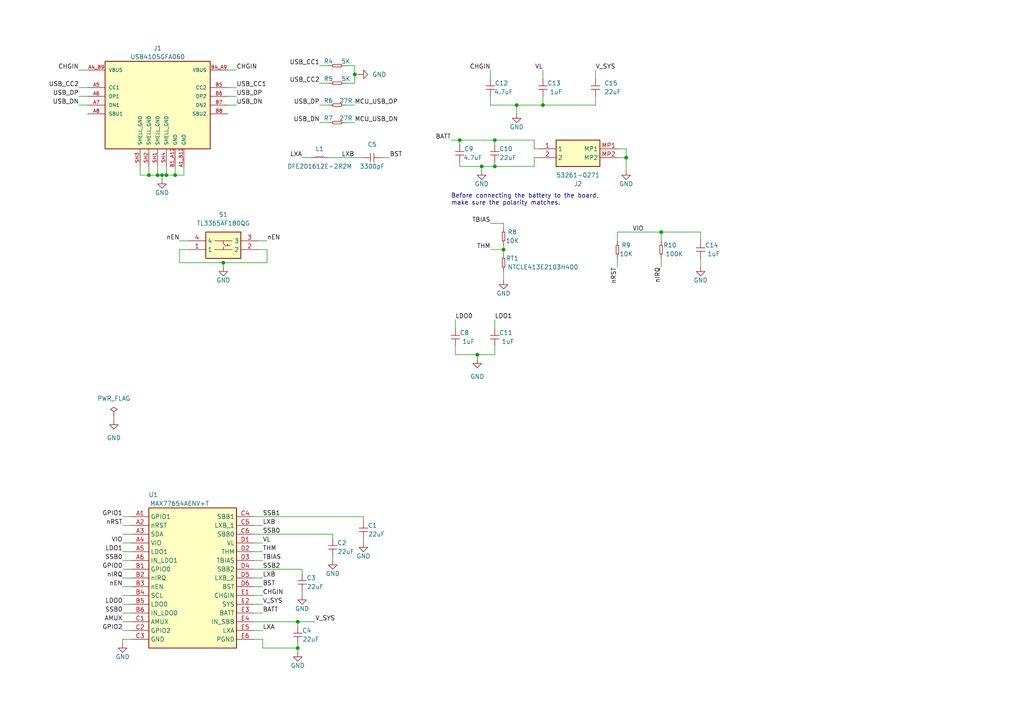
<source format=kicad_sch>
(kicad_sch (version 20230121) (generator eeschema)
  (paper "A4")
  (lib_symbols
    (symbol "connector:53261-0271"
      (property "Reference" "J" (at 19.05 7.62 0))
      (property "Value" "53261-0271" (at 19.05 5.08 0))
      (symbol "53261-0271_1_1"
        (rectangle (start 5.08 2.54) (end 17.78 -5.08) (stroke (width 0.254)) (fill (type background)))
        (pin passive line (at 0 -2.54 0) (length 5.08) (name "1") (number "1"))
        (pin passive line (at 0 0 0) (length 5.08) (name "2") (number "2"))
        (pin passive line (at 22.86 -2.54 180) (length 5.08) (name "MP1") (number "MP1"))
        (pin passive line (at 22.86 0 180) (length 5.08) (name "MP2") (number "MP2"))
      )
    )
    (symbol "connector:TL3365AF180QG"
      (property "Reference" "S" (at -5.08 8.382 0))
      (property "Value" "TL3365AF180QG" (at -5.08 5.842 0))
      (symbol "TL3365AF180QG_0_1"
        (polyline (pts (xy -2.54 1.27) (xy 2.54 1.27)))
        (polyline (pts (xy 0 -1.27) (xy 0 -0.508)))
        (polyline (pts (xy 0 0.508) (xy 0.762 -0.254)))
        (polyline (pts (xy 0 1.27) (xy 0 0.508)))
        (polyline (pts (xy 1.016 0) (xy 1.27 -0.254)))
        (polyline (pts (xy 1.016 0) (xy 1.27 0.254)))
        (polyline (pts (xy 1.016 0) (xy 2.032 0)))
        (polyline (pts (xy 2.54 -1.27) (xy -2.54 -1.27)))
      )
      (symbol "TL3365AF180QG_1_1"
        (rectangle (start -5.08 3.81) (end 5.08 -3.81) (stroke (width 0.254)) (fill (type background)))
        (pin passive line (at -10.16 -1.27 0) (length 5.08) (name "1") (number "1"))
        (pin passive line (at 10.16 -1.27 180) (length 5.08) (name "2") (number "2"))
        (pin passive line (at 10.16 1.27 180) (length 5.08) (name "3") (number "3"))
        (pin passive line (at -10.16 1.27 0) (length 5.08) (name "4") (number "4"))
      )
    )
    (symbol "connector:USB4105GFA060" (pin_names (offset 1.016))
      (property "Reference" "J" (at -15.24 13.97 0))
      (property "Value" "USB4105GFA060" (at -8.89 13.97 0))
      (symbol "USB4105GFA060_0_0"
        (rectangle (start -15.24 12.7) (end 15.24 -12.7) (stroke (width 0.254)) (fill (type background)))
        (pin bidirectional line (at -20.32 5.08 0) (length 5.08) (name "CC1") (number "A5"))
        (pin bidirectional line (at -20.32 2.54 0) (length 5.08) (name "DP1") (number "A6"))
        (pin bidirectional line (at -20.32 0 0) (length 5.08) (name "DN1") (number "A7"))
        (pin bidirectional line (at -20.32 -2.54 0) (length 5.08) (name "SBU1") (number "A8"))
        (pin power_in line (at 20.32 10.16 180) (length 5.08) (name "VBUS") (number "B4_A9"))
        (pin bidirectional line (at 20.32 5.08 180) (length 5.08) (name "CC2") (number "B5"))
        (pin bidirectional line (at 20.32 2.54 180) (length 5.08) (name "DP2") (number "B6"))
        (pin bidirectional line (at 20.32 0 180) (length 5.08) (name "DN2") (number "B7"))
        (pin bidirectional line (at 20.32 -2.54 180) (length 5.08) (name "SBU2") (number "B8"))
      )
      (symbol "USB4105GFA060_1_0"
        (pin passive line (at 7.62 -17.78 90) (length 5.08) (name "GND") (number "A1_B12"))
        (pin power_out line (at -20.32 10.16 0) (length 5.08) (name "VBUS") (number "A4_B9"))
        (pin passive line (at 5.08 -17.78 90) (length 5.08) (name "GND") (number "B1_A12"))
        (pin passive line (at 0 -17.78 90) (length 5.08) (name "SHELL_GND") (number "SH1"))
        (pin passive line (at -2.54 -17.78 90) (length 5.08) (name "SHELL_GND") (number "SH2"))
        (pin passive line (at -5.08 -17.78 90) (length 5.08) (name "SHELL_GND") (number "SH3"))
        (pin passive line (at 2.54 -17.78 90) (length 5.08) (name "SHELL_GND") (number "SH4"))
      )
    )
    (symbol "passive:capacitor_0402" (pin_numbers hide) (pin_names (offset 0) hide)
      (property "Reference" "C" (at -0.127 0.762 0))
      (symbol "capacitor_0402_0_1"
        (polyline (pts (xy -0.508 0) (xy -0.508 -2.54)))
        (polyline (pts (xy 0.508 0) (xy 0.508 -2.54)))
      )
      (symbol "capacitor_0402_1_1"
        (pin passive line (at 2.54 -1.27 180) (length 2.032) (name "1") (number "1"))
        (pin passive line (at -2.54 -1.27 0) (length 2.032) (name "2") (number "2"))
      )
    )
    (symbol "passive:capacitor_0603" (pin_numbers hide) (pin_names (offset 0) hide)
      (property "Reference" "C" (at -0.127 0.762 0))
      (symbol "capacitor_0603_0_1"
        (polyline (pts (xy -0.508 0) (xy -0.508 -2.54)))
        (polyline (pts (xy 0.508 0) (xy 0.508 -2.54)))
      )
      (symbol "capacitor_0603_1_1"
        (pin passive line (at 2.54 -1.27 180) (length 2.032) (name "1") (number "1"))
        (pin passive line (at -2.54 -1.27 0) (length 2.032) (name "2") (number "2"))
      )
    )
    (symbol "passive:inductor_2016" (pin_numbers hide) (pin_names (offset 0) hide)
      (property "Reference" "L" (at 0 0 0))
      (symbol "inductor_2016_0_1"
        (arc (start -0.762 -2.54) (mid -1.016 -2.293) (end -1.27 -2.54))
        (arc (start -0.254 -2.5329) (mid -0.508 -2.2859) (end -0.762 -2.5329))
        (arc (start 0.254 -2.5329) (mid 0 -2.2859) (end -0.254 -2.5329))
        (arc (start 0.762 -2.5329) (mid 0.508 -2.2859) (end 0.254 -2.5329))
        (arc (start 1.27 -2.5329) (mid 1.016 -2.2859) (end 0.762 -2.5329))
      )
      (symbol "inductor_2016_1_1"
        (pin passive line (at -2.54 -2.54 0) (length 1.27) (name "1") (number "1"))
        (pin passive line (at 2.54 -2.54 180) (length 1.27) (name "2") (number "2"))
      )
    )
    (symbol "passive:resistor_0402" (pin_numbers hide) (pin_names (offset 0) hide)
      (property "Reference" "R" (at -0.127 0.762 0))
      (symbol "resistor_0402_0_1"
        (rectangle (start -1.27 -0.889) (end 1.27 -1.651))
      )
      (symbol "resistor_0402_1_1"
        (pin passive line (at 2.54 -1.27 180) (length 1.27) (name "1") (number "1"))
        (pin passive line (at -2.54 -1.27 0) (length 1.27) (name "2") (number "2"))
      )
    )
    (symbol "passive:thermal_resistor_tht" (pin_numbers hide) (pin_names (offset 0) hide)
      (property "Reference" "RT" (at 0 1.27 0))
      (property "Value" "~" (at 0 -1.016 0))
      (symbol "thermal_resistor_tht_0_1"
        (rectangle (start -1.27 0.381) (end 1.27 -0.381))
      )
      (symbol "thermal_resistor_tht_1_1"
        (pin passive line (at 2.54 0 180) (length 1.27) (name "1") (number "1"))
        (pin passive line (at -2.54 0 0) (length 1.27) (name "2") (number "2"))
      )
    )
    (symbol "power:MAX77654AENV+T"
      (property "Reference" "U" (at -12.7 24.892 0))
      (property "Value" "MAX77654AENV+T" (at -12.7 22.352 0))
      (symbol "MAX77654AENV+T_1_1"
        (rectangle (start -12.7 20.32) (end 12.7 -20.32) (stroke (width 0.254)) (fill (type background)))
        (pin passive line (at -17.78 17.78 0) (length 5.08) (name "GPIO1") (number "A1"))
        (pin passive line (at -17.78 15.24 0) (length 5.08) (name "nRST") (number "A2"))
        (pin passive line (at -17.78 12.7 0) (length 5.08) (name "SDA") (number "A3"))
        (pin passive line (at -17.78 10.16 0) (length 5.08) (name "VIO") (number "A4"))
        (pin passive line (at -17.78 7.62 0) (length 5.08) (name "LDO1") (number "A5"))
        (pin passive line (at -17.78 5.08 0) (length 5.08) (name "IN_LDO1") (number "A6"))
        (pin passive line (at -17.78 2.54 0) (length 5.08) (name "GPIO0") (number "B1"))
        (pin passive line (at -17.78 0 0) (length 5.08) (name "nIRQ") (number "B2"))
        (pin passive line (at -17.78 -2.54 0) (length 5.08) (name "nEN") (number "B3"))
        (pin passive line (at -17.78 -5.08 0) (length 5.08) (name "SCL") (number "B4"))
        (pin passive line (at -17.78 -7.62 0) (length 5.08) (name "LDO0") (number "B5"))
        (pin passive line (at -17.78 -10.16 0) (length 5.08) (name "IN_LDO0") (number "B6"))
        (pin passive line (at -17.78 -12.7 0) (length 5.08) (name "AMUX") (number "C1"))
        (pin passive line (at -17.78 -15.24 0) (length 5.08) (name "GPIO2") (number "C2"))
        (pin passive line (at -17.78 -17.78 0) (length 5.08) (name "GND") (number "C3"))
        (pin passive line (at 17.78 17.78 180) (length 5.08) (name "SBB1") (number "C4"))
        (pin passive line (at 17.78 15.24 180) (length 5.08) (name "LXB_1") (number "C5"))
        (pin passive line (at 17.78 12.7 180) (length 5.08) (name "SBB0") (number "C6"))
        (pin passive line (at 17.78 10.16 180) (length 5.08) (name "VL") (number "D1"))
        (pin passive line (at 17.78 7.62 180) (length 5.08) (name "THM") (number "D2"))
        (pin passive line (at 17.78 5.08 180) (length 5.08) (name "TBIAS") (number "D3"))
        (pin passive line (at 17.78 2.54 180) (length 5.08) (name "SBB2") (number "D4"))
        (pin passive line (at 17.78 0 180) (length 5.08) (name "LXB_2") (number "D5"))
        (pin passive line (at 17.78 -2.54 180) (length 5.08) (name "BST") (number "D6"))
        (pin passive line (at 17.78 -5.08 180) (length 5.08) (name "CHGIN") (number "E1"))
        (pin passive line (at 17.78 -7.62 180) (length 5.08) (name "SYS") (number "E2"))
        (pin passive line (at 17.78 -10.16 180) (length 5.08) (name "BATT") (number "E3"))
        (pin passive line (at 17.78 -12.7 180) (length 5.08) (name "IN_SBB") (number "E4"))
        (pin passive line (at 17.78 -15.24 180) (length 5.08) (name "LXA") (number "E5"))
        (pin passive line (at 17.78 -17.78 180) (length 5.08) (name "PGND") (number "E6"))
      )
    )
    (symbol "power_kicad:GND" (power) (pin_names (offset 0))
      (property "Value" "GND" (at 0 -3.81 0))
      (symbol "GND_0_1"
        (polyline (pts (xy 0 0) (xy 0 -1.27) (xy 1.27 -1.27) (xy 0 -2.54) (xy -1.27 -1.27) (xy 0 -1.27)))
      )
      (symbol "GND_1_1"
        (pin power_in line (at 0 0 270) (length 0) hide (name "GND") (number "1"))
      )
    )
    (symbol "power_kicad:PWR_FLAG" (power) (pin_numbers hide) (pin_names (offset 0) hide)
      (property "Value" "PWR_FLAG" (at 0 3.81 0))
      (symbol "PWR_FLAG_0_0"
        (pin power_out line (at 0 0 90) (length 0) (name "pwr") (number "1"))
      )
      (symbol "PWR_FLAG_0_1"
        (polyline (pts (xy 0 0) (xy 0 1.27) (xy -1.016 1.905) (xy 0 2.54) (xy 1.016 1.905) (xy 0 1.27)))
      )
    )
  )
  (junction (at 133.35 40.64))
  (junction (at 102.87 21.59))
  (junction (at 157.48 30.48))
  (junction (at 138.43 102.87))
  (junction (at 191.77 67.31))
  (junction (at 146.05 72.39))
  (junction (at 50.8 50.8))
  (junction (at 48.26 50.8))
  (junction (at 45.72 50.8))
  (junction (at 139.7 48.26))
  (junction (at 64.77 76.2))
  (junction (at 181.61 45.72))
  (junction (at 86.36 180.34))
  (junction (at 149.86 30.48))
  (junction (at 143.51 48.26))
  (junction (at 143.51 40.64))
  (junction (at 43.18 50.8))
  (junction (at 46.99 50.8))
  (junction (at 86.36 187.96))
  (wire (pts (xy 66.04 27.94) (xy 68.58 27.94)))
  (wire (pts (xy 87.63 165.1) (xy 87.63 166.37)))
  (wire (pts (xy 73.66 157.48) (xy 76.2 157.48)))
  (wire (pts (xy 66.04 25.4) (xy 68.58 25.4)))
  (wire (pts (xy 52.07 72.39) (xy 52.07 76.2)))
  (wire (pts (xy 100.33 35.56) (xy 102.87 35.56)))
  (wire (pts (xy 22.86 27.94) (xy 25.4 27.94)))
  (wire (pts (xy 73.66 170.18) (xy 76.2 170.18)))
  (wire (pts (xy 138.43 102.87) (xy 132.08 102.87)))
  (wire (pts (xy 92.71 19.05) (xy 95.25 19.05)))
  (wire (pts (xy 76.2 187.96) (xy 86.36 187.96)))
  (wire (pts (xy 102.87 19.05) (xy 102.87 21.59)))
  (wire (pts (xy 35.56 180.34) (xy 38.1 180.34)))
  (wire (pts (xy 86.36 180.34) (xy 91.44 180.34)))
  (wire (pts (xy 130.81 40.64) (xy 133.35 40.64)))
  (wire (pts (xy 191.77 74.93) (xy 191.77 77.47)))
  (wire (pts (xy 73.66 180.34) (xy 86.36 180.34)))
  (wire (pts (xy 64.77 76.2) (xy 77.47 76.2)))
  (wire (pts (xy 143.51 48.26) (xy 139.7 48.26)))
  (wire (pts (xy 48.26 50.8) (xy 46.99 50.8)))
  (wire (pts (xy 179.07 43.18) (xy 181.61 43.18)))
  (wire (pts (xy 73.66 149.86) (xy 105.41 149.86)))
  (wire (pts (xy 35.56 165.1) (xy 38.1 165.1)))
  (wire (pts (xy 149.86 33.02) (xy 149.86 30.48)))
  (wire (pts (xy 86.36 187.96) (xy 86.36 189.23)))
  (wire (pts (xy 172.72 27.94) (xy 172.72 30.48)))
  (wire (pts (xy 35.56 185.42) (xy 38.1 185.42)))
  (wire (pts (xy 133.35 40.64) (xy 143.51 40.64)))
  (wire (pts (xy 172.72 20.32) (xy 172.72 22.86)))
  (wire (pts (xy 77.47 72.39) (xy 77.47 76.2)))
  (wire (pts (xy 132.08 100.33) (xy 132.08 102.87)))
  (wire (pts (xy 157.48 22.86) (xy 157.48 20.32)))
  (wire (pts (xy 40.64 48.26) (xy 40.64 50.8)))
  (wire (pts (xy 142.24 20.32) (xy 142.24 22.86)))
  (wire (pts (xy 35.56 172.72) (xy 38.1 172.72)))
  (wire (pts (xy 73.66 152.4) (xy 76.2 152.4)))
  (wire (pts (xy 45.72 50.8) (xy 43.18 50.8)))
  (wire (pts (xy 142.24 64.77) (xy 146.05 64.77)))
  (wire (pts (xy 203.2 74.93) (xy 203.2 77.47)))
  (wire (pts (xy 138.43 104.14) (xy 138.43 102.87)))
  (wire (pts (xy 139.7 48.26) (xy 133.35 48.26)))
  (wire (pts (xy 143.51 92.71) (xy 143.51 95.25)))
  (wire (pts (xy 105.41 149.86) (xy 105.41 151.13)))
  (wire (pts (xy 35.56 186.69) (xy 35.56 185.42)))
  (wire (pts (xy 143.51 46.99) (xy 143.51 48.26)))
  (wire (pts (xy 154.94 48.26) (xy 143.51 48.26)))
  (wire (pts (xy 156.21 43.18) (xy 154.94 43.18)))
  (wire (pts (xy 105.41 156.21) (xy 105.41 157.48)))
  (wire (pts (xy 100.33 30.48) (xy 102.87 30.48)))
  (wire (pts (xy 146.05 71.12) (xy 146.05 72.39)))
  (wire (pts (xy 179.07 67.31) (xy 179.07 69.85)))
  (wire (pts (xy 43.18 50.8) (xy 40.64 50.8)))
  (wire (pts (xy 139.7 48.26) (xy 139.7 49.53)))
  (wire (pts (xy 73.66 185.42) (xy 76.2 185.42)))
  (wire (pts (xy 22.86 20.32) (xy 25.4 20.32)))
  (wire (pts (xy 35.56 167.64) (xy 38.1 167.64)))
  (wire (pts (xy 102.87 21.59) (xy 102.87 24.13)))
  (wire (pts (xy 53.34 48.26) (xy 53.34 50.8)))
  (wire (pts (xy 146.05 64.77) (xy 146.05 66.04)))
  (wire (pts (xy 96.52 154.94) (xy 96.52 156.21)))
  (wire (pts (xy 110.49 45.72) (xy 113.03 45.72)))
  (wire (pts (xy 50.8 50.8) (xy 48.26 50.8)))
  (wire (pts (xy 157.48 27.94) (xy 157.48 30.48)))
  (wire (pts (xy 203.2 67.31) (xy 203.2 69.85)))
  (wire (pts (xy 35.56 162.56) (xy 38.1 162.56)))
  (wire (pts (xy 52.07 76.2) (xy 64.77 76.2)))
  (wire (pts (xy 73.66 167.64) (xy 76.2 167.64)))
  (wire (pts (xy 73.66 154.94) (xy 96.52 154.94)))
  (wire (pts (xy 35.56 170.18) (xy 38.1 170.18)))
  (wire (pts (xy 73.66 175.26) (xy 76.2 175.26)))
  (wire (pts (xy 133.35 40.64) (xy 133.35 41.91)))
  (wire (pts (xy 73.66 165.1) (xy 87.63 165.1)))
  (wire (pts (xy 179.07 74.93) (xy 179.07 77.47)))
  (wire (pts (xy 35.56 160.02) (xy 38.1 160.02)))
  (wire (pts (xy 149.86 30.48) (xy 157.48 30.48)))
  (wire (pts (xy 46.99 50.8) (xy 46.99 52.07)))
  (wire (pts (xy 35.56 175.26) (xy 38.1 175.26)))
  (wire (pts (xy 149.86 30.48) (xy 142.24 30.48)))
  (wire (pts (xy 87.63 171.45) (xy 87.63 172.72)))
  (wire (pts (xy 46.99 50.8) (xy 45.72 50.8)))
  (wire (pts (xy 154.94 45.72) (xy 154.94 48.26)))
  (wire (pts (xy 179.07 45.72) (xy 181.61 45.72)))
  (wire (pts (xy 104.14 21.59) (xy 102.87 21.59)))
  (wire (pts (xy 35.56 157.48) (xy 38.1 157.48)))
  (wire (pts (xy 74.93 69.85) (xy 77.47 69.85)))
  (wire (pts (xy 54.61 72.39) (xy 52.07 72.39)))
  (wire (pts (xy 73.66 172.72) (xy 76.2 172.72)))
  (wire (pts (xy 22.86 25.4) (xy 25.4 25.4)))
  (wire (pts (xy 92.71 24.13) (xy 95.25 24.13)))
  (wire (pts (xy 45.72 48.26) (xy 45.72 50.8)))
  (wire (pts (xy 35.56 177.8) (xy 38.1 177.8)))
  (wire (pts (xy 52.07 69.85) (xy 54.61 69.85)))
  (wire (pts (xy 73.66 160.02) (xy 76.2 160.02)))
  (wire (pts (xy 50.8 48.26) (xy 50.8 50.8)))
  (wire (pts (xy 35.56 152.4) (xy 38.1 152.4)))
  (wire (pts (xy 53.34 50.8) (xy 50.8 50.8)))
  (wire (pts (xy 179.07 67.31) (xy 191.77 67.31)))
  (wire (pts (xy 66.04 30.48) (xy 68.58 30.48)))
  (wire (pts (xy 92.71 30.48) (xy 95.25 30.48)))
  (wire (pts (xy 87.63 45.72) (xy 90.17 45.72)))
  (wire (pts (xy 191.77 69.85) (xy 191.77 67.31)))
  (wire (pts (xy 43.18 48.26) (xy 43.18 50.8)))
  (wire (pts (xy 100.33 19.05) (xy 102.87 19.05)))
  (wire (pts (xy 191.77 67.31) (xy 203.2 67.31)))
  (wire (pts (xy 181.61 43.18) (xy 181.61 45.72)))
  (wire (pts (xy 143.51 40.64) (xy 154.94 40.64)))
  (wire (pts (xy 133.35 46.99) (xy 133.35 48.26)))
  (wire (pts (xy 35.56 182.88) (xy 38.1 182.88)))
  (wire (pts (xy 95.25 45.72) (xy 105.41 45.72)))
  (wire (pts (xy 35.56 154.94) (xy 38.1 154.94)))
  (wire (pts (xy 138.43 102.87) (xy 143.51 102.87)))
  (wire (pts (xy 132.08 92.71) (xy 132.08 95.25)))
  (wire (pts (xy 154.94 40.64) (xy 154.94 43.18)))
  (wire (pts (xy 92.71 35.56) (xy 95.25 35.56)))
  (wire (pts (xy 143.51 100.33) (xy 143.51 102.87)))
  (wire (pts (xy 76.2 185.42) (xy 76.2 187.96)))
  (wire (pts (xy 64.77 77.47) (xy 64.77 76.2)))
  (wire (pts (xy 86.36 186.69) (xy 86.36 187.96)))
  (wire (pts (xy 86.36 181.61) (xy 86.36 180.34)))
  (wire (pts (xy 100.33 24.13) (xy 102.87 24.13)))
  (wire (pts (xy 74.93 72.39) (xy 77.47 72.39)))
  (wire (pts (xy 33.02 120.65) (xy 33.02 121.92)))
  (wire (pts (xy 172.72 30.48) (xy 157.48 30.48)))
  (wire (pts (xy 142.24 72.39) (xy 146.05 72.39)))
  (wire (pts (xy 73.66 162.56) (xy 76.2 162.56)))
  (wire (pts (xy 73.66 182.88) (xy 76.2 182.88)))
  (wire (pts (xy 181.61 45.72) (xy 181.61 49.53)))
  (wire (pts (xy 22.86 30.48) (xy 25.4 30.48)))
  (wire (pts (xy 146.05 72.39) (xy 146.05 73.66)))
  (wire (pts (xy 143.51 40.64) (xy 143.51 41.91)))
  (wire (pts (xy 156.21 45.72) (xy 154.94 45.72)))
  (wire (pts (xy 73.66 177.8) (xy 76.2 177.8)))
  (wire (pts (xy 48.26 48.26) (xy 48.26 50.8)))
  (wire (pts (xy 146.05 78.74) (xy 146.05 81.28)))
  (wire (pts (xy 142.24 27.94) (xy 142.24 30.48)))
  (wire (pts (xy 96.52 161.29) (xy 96.52 162.56)))
  (wire (pts (xy 66.04 20.32) (xy 68.58 20.32)))
  (wire (pts (xy 35.56 149.86) (xy 38.1 149.86)))
  (text "Before connecting the battery to the board, \nmake sure the polarity matches." (at 130.81 59.69 0) (effects (font (size 1.27 1.27)) (justify left bottom)))
  (label "VL" (at 157.48 20.32 180))
  (label "MCU_USB_DP" (at 102.87 30.48 0))
  (label "MCU_USB_DN" (at 102.87 35.56 0))
  (label "LXA" (at 87.63 45.72 180))
  (label "BATT" (at 76.2 177.8 0))
  (label "TBIAS" (at 142.24 64.77 180))
  (label "USB_DP" (at 92.71 30.48 180))
  (label "USB_DP" (at 22.86 27.94 180))
  (label "VIO" (at 35.56 157.48 180))
  (label "GPIO1" (at 35.56 149.86 180))
  (label "LXB" (at 99.06 45.72 0))
  (label "GPIO0" (at 35.56 165.1 180))
  (label "BST" (at 113.03 45.72 0))
  (label "AMUX" (at 35.56 180.34 180))
  (label "BST" (at 76.2 170.18 0))
  (label "USB_CC1" (at 92.71 19.05 180))
  (label "SSB0" (at 35.56 177.8 180))
  (label "USB_DP" (at 68.58 27.94 0))
  (label "CHGIN" (at 142.24 20.32 180))
  (label "nEN" (at 35.56 170.18 180))
  (label "CHGIN" (at 68.58 20.32 0))
  (label "USB_CC1" (at 68.58 25.4 0))
  (label "GPIO2" (at 35.56 182.88 180))
  (label "LDO1" (at 35.56 160.02 180))
  (label "SSB2" (at 76.2 165.1 0))
  (label "USB_DN" (at 92.71 35.56 180))
  (label "nRST" (at 179.07 77.47 270))
  (label "SSB0" (at 35.56 162.56 180))
  (label "THM" (at 76.2 160.02 0))
  (label "LXA" (at 76.2 182.88 0))
  (label "SSB1" (at 76.2 149.86 0))
  (label "nEN" (at 52.07 69.85 180))
  (label "nIRQ" (at 191.77 77.47 270))
  (label "VIO" (at 186.69 67.31 180))
  (label "TBIAS" (at 76.2 162.56 0))
  (label "USB_DN" (at 22.86 30.48 180))
  (label "V_SYS" (at 76.2 175.26 0))
  (label "BATT" (at 130.81 40.64 180))
  (label "LDO1" (at 143.51 92.71 0))
  (label "CHGIN" (at 76.2 172.72 0))
  (label "LXB" (at 76.2 167.64 0))
  (label "V_SYS" (at 172.72 20.32 0))
  (label "nIRQ" (at 35.56 167.64 180))
  (label "USB_CC2" (at 92.71 24.13 180))
  (label "nEN" (at 77.47 69.85 0))
  (label "nRST" (at 35.56 152.4 180))
  (label "LXB" (at 76.2 152.4 0))
  (label "VL" (at 76.2 157.48 0))
  (label "USB_CC2" (at 22.86 25.4 180))
  (label "LDO0" (at 132.08 92.71 0))
  (label "THM" (at 142.24 72.39 180))
  (label "CHGIN" (at 22.86 20.32 180))
  (label "V_SYS" (at 91.44 180.34 0))
  (label "LDO0" (at 35.56 175.26 180))
  (label "SSB0" (at 76.2 154.94 0))
  (label "USB_DN" (at 68.58 30.48 0))
  (symbol (lib_id "power_kicad:GND") (at 96.52 162.56 0) (unit 1)
    (property "Reference" "#PWR010" (effects hide))
    (property "Value" "GND" (at 96.52 166.37 0))
  )
  (symbol (lib_id "passive:resistor_0402") (at 97.79 29.21 0) (unit 1)
    (property "Reference" "R6" (at 95.25 29.21 0))
    (property "Value" "27R" (at 100.33 29.21 0))
    (property "Footprint" "passive:0402" (effects hide))
  )
  (symbol (lib_id "passive:capacitor_0603") (at 85.09 184.15 90) (unit 1)
    (property "Reference" "C4" (at 87.63 182.88 90) (effects (justify right)))
    (property "Value" "22uF" (at 90.17 185.42 90))
    (property "Footprint" "passive:0603" (effects hide))
  )
  (symbol (lib_id "power_kicad:GND") (at 181.61 49.53 0) (unit 1)
    (property "Reference" "#PWR07" (effects hide))
    (property "Value" "GND" (at 181.61 53.34 0))
  )
  (symbol (lib_id "passive:capacitor_0402") (at 107.95 44.45 0) (unit 1)
    (property "Reference" "C5" (at 107.95 41.91 0))
    (property "Value" "3300pF" (at 107.95 48.26 0))
    (property "Footprint" "passive:0402" (effects hide))
  )
  (symbol (lib_id "passive:capacitor_0402") (at 143.51 25.4 270) (unit 1)
    (property "Reference" "C12" (at 143.51 24.13 90) (effects (justify left)))
    (property "Value" "4.7uF" (at 146.05 26.67 90))
    (property "Footprint" "passive:0402" (effects hide))
  )
  (symbol (lib_id "passive:resistor_0402") (at 97.79 34.29 0) (unit 1)
    (property "Reference" "R7" (at 95.25 34.29 0))
    (property "Value" "27R" (at 100.33 34.29 0))
    (property "Footprint" "passive:0402" (effects hide))
  )
  (symbol (lib_id "passive:capacitor_0402") (at 142.24 97.79 90) (unit 1)
    (property "Reference" "C11" (at 144.78 96.52 90) (effects (justify right)))
    (property "Value" "1uF" (at 147.32 99.06 90))
    (property "Footprint" "passive:0402" (effects hide))
  )
  (symbol (lib_id "power_kicad:GND") (at 33.02 121.92 0) (unit 1)
    (property "Reference" "#PWR014" (effects hide))
    (property "Value" "GND" (at 33.02 127 0))
  )
  (symbol (lib_id "power_kicad:GND") (at 35.56 186.69 0) (unit 1)
    (property "Reference" "#PWR013" (effects hide))
    (property "Value" "GND" (at 35.56 190.5 0))
  )
  (symbol (lib_id "connector:TL3365AF180QG") (at 64.77 71.12 0) (unit 1)
    (property "Reference" "S1" (at 64.77 62.23 0))
    (property "Value" "TL3365AF180QG" (at 64.77 64.77 0))
    (property "Footprint" "connector:TL3365AF180QG" (effects hide))
    (property "Datasheet" "https://datasheet.datasheetarchive.com/originals/distributors/DKDS-30/580857.pdf" (effects hide))
    (property "Height" "2.5" (effects hide))
    (property "Mouser Part Number" "612-TL3365AF180QG" (effects hide))
    (property "Mouser Price/Stock" "https://www.mouser.co.uk/ProductDetail/E-Switch/TL3365AF180QG?qs=xQzBpF%2FAFTo%252BA4IL7l2Rvw%3D%3D" (effects hide))
    (property "Manufacturer_Name" "E-Switch" (effects hide))
    (property "Manufacturer_Part_Number" "TL3365AF180QG" (effects hide))
  )
  (symbol (lib_id "power_kicad:PWR_FLAG") (at 33.02 120.65 0) (unit 1)
    (property "Reference" "#FLG01" (effects hide))
    (property "Value" "PWR_FLAG" (at 33.02 115.57 0))
  )
  (symbol (lib_id "power_kicad:GND") (at 105.41 157.48 0) (unit 1)
    (property "Reference" "#PWR09" (effects hide))
    (property "Value" "GND" (at 105.41 161.29 0))
  )
  (symbol (lib_id "connector:USB4105GFA060") (at 45.72 30.48 0) (unit 1)
    (property "Reference" "J1" (at 45.72 13.97 0))
    (property "Value" "USB4105GFA060" (at 45.72 16.51 0))
    (property "Footprint" "connector:GCT_USB4105GFA060" (effects hide))
  )
  (symbol (lib_id "power_kicad:GND") (at 138.43 104.14 0) (unit 1)
    (property "Reference" "#PWR04" (effects hide))
    (property "Value" "GND" (at 138.43 109.22 0))
  )
  (symbol (lib_id "passive:capacitor_0402") (at 142.24 44.45 90) (unit 1)
    (property "Reference" "C10" (at 144.78 43.18 90) (effects (justify right)))
    (property "Value" "22uF" (at 147.32 45.72 90))
    (property "Footprint" "passive:0402" (effects hide))
  )
  (symbol (lib_id "power_kicad:GND") (at 64.77 77.47 0) (unit 1)
    (property "Reference" "#PWR03" (effects hide))
    (property "Value" "GND" (at 64.77 81.28 0))
  )
  (symbol (lib_id "power_kicad:GND") (at 104.14 21.59 90) (unit 1)
    (property "Reference" "#PWR015" (effects hide))
    (property "Value" "GND" (at 107.95 21.59 90) (effects (justify right)))
  )
  (symbol (lib_id "passive:inductor_2016") (at 92.71 43.18 0) (unit 1)
    (property "Reference" "L1" (at 92.71 43.18 0))
    (property "Value" "DFE201612E-2R2M" (at 92.71 48.26 0))
    (property "Footprint" "passive:2016" (effects hide))
  )
  (symbol (lib_id "passive:capacitor_0402") (at 156.21 25.4 90) (unit 1)
    (property "Reference" "C13" (at 158.75 24.13 90) (effects (justify right)))
    (property "Value" "1uF" (at 161.29 26.67 90))
    (property "Footprint" "passive:0402" (effects hide))
  )
  (symbol (lib_id "passive:resistor_0402") (at 147.32 68.58 270) (unit 1)
    (property "Reference" "R8" (at 148.59 67.31 90))
    (property "Value" "10K" (at 148.59 69.85 90))
    (property "Footprint" "passive:0402" (effects hide))
  )
  (symbol (lib_id "power_kicad:GND") (at 149.86 33.02 0) (unit 1)
    (property "Reference" "#PWR01" (effects hide))
    (property "Value" "GND" (at 149.86 36.83 0))
  )
  (symbol (lib_id "passive:capacitor_0402") (at 130.81 97.79 90) (unit 1)
    (property "Reference" "C8" (at 133.35 96.52 90) (effects (justify right)))
    (property "Value" "1uF" (at 135.89 99.06 90))
    (property "Footprint" "passive:0402" (effects hide))
  )
  (symbol (lib_id "passive:capacitor_0402") (at 171.45 25.4 90) (unit 1)
    (property "Reference" "C15" (at 175.26 24.13 90) (effects (justify right)))
    (property "Value" "22uF" (at 175.26 26.67 90) (effects (justify right)))
    (property "Footprint" "passive:0402" (effects hide))
  )
  (symbol (lib_id "passive:resistor_0402") (at 190.5 72.39 90) (unit 1)
    (property "Reference" "R10" (at 194.31 71.12 90))
    (property "Value" "100K" (at 195.58 73.66 90))
    (property "Footprint" "passive:0402" (effects hide))
  )
  (symbol (lib_id "passive:capacitor_0402") (at 86.36 168.91 90) (unit 1)
    (property "Reference" "C3" (at 88.9 167.64 90) (effects (justify right)))
    (property "Value" "22uF" (at 91.44 170.18 90))
    (property "Footprint" "passive:0402" (effects hide))
  )
  (symbol (lib_id "power_kicad:GND") (at 203.2 77.47 0) (unit 1)
    (property "Reference" "#PWR06" (effects hide))
    (property "Value" "GND" (at 203.2 81.28 0))
  )
  (symbol (lib_id "passive:resistor_0402") (at 97.79 22.86 0) (unit 1)
    (property "Reference" "R5" (at 95.25 22.86 0))
    (property "Value" "5K" (at 100.33 22.86 0))
    (property "Footprint" "passive:0402" (effects hide))
  )
  (symbol (lib_id "power_kicad:GND") (at 86.36 189.23 0) (unit 1)
    (property "Reference" "#PWR012" (effects hide))
    (property "Value" "GND" (at 86.36 193.04 0))
  )
  (symbol (lib_id "power_kicad:GND") (at 139.7 49.53 0) (unit 1)
    (property "Reference" "#PWR08" (effects hide))
    (property "Value" "GND" (at 139.7 53.34 0))
  )
  (symbol (lib_id "passive:capacitor_0402") (at 104.14 153.67 90) (unit 1)
    (property "Reference" "C1" (at 106.68 152.4 90) (effects (justify right)))
    (property "Value" "22uF" (at 109.22 154.94 90))
    (property "Footprint" "passive:0402" (effects hide))
  )
  (symbol (lib_id "passive:resistor_0402") (at 97.79 17.78 0) (unit 1)
    (property "Reference" "R4" (at 95.25 17.78 0))
    (property "Value" "5K" (at 100.33 17.78 0))
    (property "Footprint" "passive:0402" (effects hide))
  )
  (symbol (lib_id "power:MAX77654AENV+T") (at 55.88 167.64 0) (unit 1)
    (property "Reference" "U1" (at 44.45 143.51 0))
    (property "Value" "MAX77654AENV+T" (at 52.07 146.05 0))
    (property "Footprint" "BGA30C40P6X5_279X234X50" (effects hide))
    (property "Height" "0.5" (effects hide))
    (property "Mouser Part Number" "700-MAX77654AENV+T" (effects hide))
    (property "Mouser Price/Stock" "https://www.mouser.co.uk/ProductDetail/Analog-Devices-Maxim-Integrated/MAX77654AENV%2bT?qs=rkhjVJ6%2F3EJFWpGAhH02SA%3D%3D" (effects hide))
    (property "Manufacturer_Name" "Analog Devices" (effects hide))
    (property "Manufacturer_Part_Number" "MAX77654AENV+T" (effects hide))
  )
  (symbol (lib_id "power_kicad:GND") (at 87.63 172.72 0) (unit 1)
    (property "Reference" "#PWR011" (effects hide))
    (property "Value" "GND" (at 87.63 176.53 0))
  )
  (symbol (lib_id "passive:capacitor_0402") (at 95.25 158.75 90) (unit 1)
    (property "Reference" "C2" (at 97.79 157.48 90) (effects (justify right)))
    (property "Value" "22uF" (at 100.33 160.02 90))
    (property "Footprint" "passive:0402" (effects hide))
  )
  (symbol (lib_id "passive:thermal_resistor_tht") (at 146.05 76.2 90) (unit 1)
    (property "Reference" "RT1" (at 148.59 74.93 90))
    (property "Value" "NTCLE413E2103H400" (at 157.48 77.47 90))
    (property "Footprint" "passive:THT2" (effects hide))
  )
  (symbol (lib_id "connector:53261-0271") (at 156.21 45.72 0) (mirror x) (unit 1)
    (property "Reference" "J2" (at 167.64 53.34 0))
    (property "Value" "53261-0271" (at 167.64 50.8 0))
    (property "Footprint" "connector:53261-0271" (effects hide))
    (property "Datasheet" "https://www.molex.com/pdm_docs/sd/532610271_sd.pdf" (effects hide))
    (property "Height" "3.65" (effects hide))
    (property "Mouser Part Number" "538-53261-0271" (effects hide))
    (property "Mouser Price/Stock" "https://www.mouser.co.uk/ProductDetail/Molex/53261-0271?qs=%252B72YyncTwW%252B8%252BBjraxGf3A%3D%3D" (effects hide))
    (property "Manufacturer_Name" "Molex" (effects hide))
    (property "Manufacturer_Part_Number" "53261-0271" (effects hide))
  )
  (symbol (lib_id "power_kicad:GND") (at 146.05 81.28 0) (unit 1)
    (property "Reference" "#PWR05" (effects hide))
    (property "Value" "GND" (at 146.05 85.09 0))
  )
  (symbol (lib_id "passive:capacitor_0402") (at 134.62 44.45 270) (unit 1)
    (property "Reference" "C9" (at 134.62 43.18 90) (effects (justify left)))
    (property "Value" "4.7uF" (at 137.16 45.72 90))
    (property "Footprint" "passive:0402" (effects hide))
  )
  (symbol (lib_id "power_kicad:GND") (at 46.99 52.07 0) (unit 1)
    (property "Reference" "#PWR02" (effects hide))
    (property "Value" "GND" (at 46.99 55.88 0))
  )
  (symbol (lib_id "passive:capacitor_0402") (at 201.93 72.39 90) (unit 1)
    (property "Reference" "C14" (at 204.47 71.12 90) (effects (justify right)))
    (property "Value" "1uF" (at 207.01 73.66 90))
    (property "Footprint" "passive:0402" (effects hide))
  )
  (symbol (lib_id "passive:resistor_0402") (at 180.34 72.39 270) (unit 1)
    (property "Reference" "R9" (at 181.61 71.12 90))
    (property "Value" "10K" (at 181.61 73.66 90))
    (property "Footprint" "passive:0402" (effects hide))
  )
)
</source>
